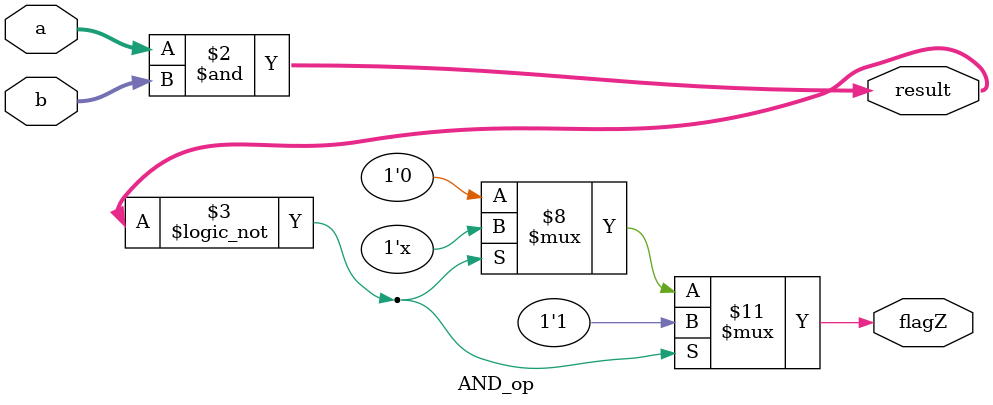
<source format=sv>


module AND_op #(parameter N=4) ( input logic [N-1:0] a, 
											input logic [N-1:0] b, 
											output reg [N-1:0] result,
											output reg flagZ);

	always_comb begin
		
		//INICIALIZACIÓN DE VARIABLES
		result = 0;
		flagZ = 0;
		
		result = a & b;
		
		// FLAG CERO
		if (result == 0) begin
			flagZ = 1;
		end
		
		else if (result != 0) begin
			flagZ = 0;
		end
	
	end
	
endmodule
</source>
